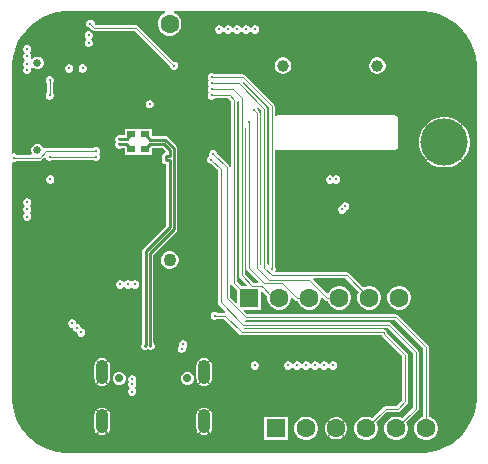
<source format=gbl>
G04*
G04 #@! TF.GenerationSoftware,Altium Limited,Altium Designer,22.7.1 (60)*
G04*
G04 Layer_Physical_Order=4*
G04 Layer_Color=16711680*
%FSLAX44Y44*%
%MOMM*%
G71*
G04*
G04 #@! TF.SameCoordinates,685117A2-6A88-48EB-B9DE-98E527D6E63A*
G04*
G04*
G04 #@! TF.FilePolarity,Positive*
G04*
G01*
G75*
%ADD19C,0.0889*%
%ADD36R,0.7500X0.6000*%
%ADD70C,0.2175*%
%ADD75C,1.6000*%
%ADD76R,1.6000X1.6000*%
%ADD77C,0.7000*%
%ADD78O,1.0500X2.1000*%
%ADD80C,1.0000*%
%ADD81C,1.1001*%
%ADD82C,1.6000*%
%ADD83C,0.3000*%
%ADD84C,0.6700*%
%ADD85C,4.0000*%
G36*
X357440Y375204D02*
X363513Y373577D01*
X369322Y371171D01*
X374766Y368027D01*
X379754Y364200D01*
X384200Y359754D01*
X388027Y354766D01*
X391171Y349322D01*
X393577Y343513D01*
X395204Y337440D01*
X396024Y331207D01*
Y328064D01*
X396025Y50064D01*
Y46920D01*
X395204Y40687D01*
X393577Y34614D01*
X391171Y28805D01*
X388027Y23361D01*
X384200Y18373D01*
X379754Y13927D01*
X374766Y10100D01*
X369322Y6956D01*
X363513Y4550D01*
X357440Y2923D01*
X351207Y2103D01*
X46920D01*
X40687Y2923D01*
X34614Y4550D01*
X28805Y6956D01*
X23361Y10100D01*
X18373Y13927D01*
X13927Y18373D01*
X10100Y23361D01*
X6956Y28805D01*
X4550Y34614D01*
X2923Y40687D01*
X2103Y46920D01*
Y50064D01*
X2103Y247829D01*
X3372Y248677D01*
X3424Y248656D01*
X4816D01*
X6103Y249189D01*
X6577Y249664D01*
X25771D01*
X26725Y249853D01*
X27533Y250394D01*
X29520Y252381D01*
X30257Y252179D01*
X30842Y251907D01*
X31323Y250747D01*
X32307Y249763D01*
X33594Y249230D01*
X34986D01*
X36273Y249763D01*
X36747Y250238D01*
X71203D01*
X71677Y249763D01*
X72964Y249230D01*
X74356D01*
X75643Y249763D01*
X76627Y250747D01*
X77160Y252034D01*
Y253426D01*
X76627Y254713D01*
X76070Y255270D01*
X76627Y255827D01*
X77160Y257114D01*
Y258506D01*
X76627Y259793D01*
X75643Y260777D01*
X74356Y261310D01*
X72964D01*
X71677Y260777D01*
X71203Y260302D01*
X31425D01*
X30471Y260113D01*
X30320Y260012D01*
X28858Y260367D01*
X28758Y260465D01*
X28358Y261432D01*
X26853Y262938D01*
X24886Y263752D01*
X22758D01*
X20791Y262938D01*
X19287Y261432D01*
X18472Y259466D01*
Y257338D01*
X19060Y255919D01*
X18350Y254649D01*
X6577D01*
X6103Y255123D01*
X4816Y255656D01*
X3424D01*
X3372Y255635D01*
X2103Y256483D01*
X2103Y328064D01*
Y331207D01*
X2923Y337440D01*
X4550Y343513D01*
X6956Y349322D01*
X10100Y354766D01*
X13927Y359754D01*
X18373Y364200D01*
X23361Y368027D01*
X28805Y371171D01*
X34614Y373577D01*
X40687Y375204D01*
X46920Y376024D01*
X131885D01*
X132052Y374754D01*
X132030Y374749D01*
X129750Y373432D01*
X127888Y371570D01*
X126572Y369290D01*
X125890Y366747D01*
Y364114D01*
X126572Y361570D01*
X127888Y359290D01*
X129750Y357428D01*
X132030Y356112D01*
X134573Y355430D01*
X137206D01*
X139750Y356112D01*
X142030Y357428D01*
X143892Y359290D01*
X145209Y361570D01*
X145890Y364114D01*
Y366747D01*
X145209Y369290D01*
X143892Y371570D01*
X142030Y373432D01*
X139750Y374749D01*
X139728Y374754D01*
X139895Y376024D01*
X351207D01*
X357440Y375204D01*
D02*
G37*
%LPC*%
G36*
X208976Y364180D02*
X207584D01*
X206297Y363647D01*
X205313Y362663D01*
X205157Y362287D01*
X203783D01*
X203627Y362663D01*
X202643Y363647D01*
X201356Y364180D01*
X199964D01*
X198677Y363647D01*
X197693Y362663D01*
X197537Y362287D01*
X196163D01*
X196007Y362663D01*
X195023Y363647D01*
X193736Y364180D01*
X192344D01*
X191057Y363647D01*
X190073Y362663D01*
X189917Y362287D01*
X188543D01*
X188387Y362663D01*
X187403Y363647D01*
X186116Y364180D01*
X184724D01*
X183437Y363647D01*
X182453Y362663D01*
X182297Y362287D01*
X180923D01*
X180767Y362663D01*
X179783Y363647D01*
X178496Y364180D01*
X177104D01*
X175817Y363647D01*
X174833Y362663D01*
X174300Y361376D01*
Y359984D01*
X174833Y358697D01*
X175817Y357713D01*
X177104Y357180D01*
X178496D01*
X179783Y357713D01*
X180767Y358697D01*
X180923Y359073D01*
X182297D01*
X182453Y358697D01*
X183437Y357713D01*
X184724Y357180D01*
X186116D01*
X187403Y357713D01*
X188387Y358697D01*
X188543Y359073D01*
X189917D01*
X190073Y358697D01*
X191057Y357713D01*
X192344Y357180D01*
X193736D01*
X195023Y357713D01*
X196007Y358697D01*
X196163Y359073D01*
X197537D01*
X197693Y358697D01*
X198677Y357713D01*
X199964Y357180D01*
X201356D01*
X202643Y357713D01*
X203627Y358697D01*
X203783Y359073D01*
X205157D01*
X205313Y358697D01*
X206297Y357713D01*
X207584Y357180D01*
X208976D01*
X210263Y357713D01*
X211247Y358697D01*
X211780Y359984D01*
Y361376D01*
X211247Y362663D01*
X210263Y363647D01*
X208976Y364180D01*
D02*
G37*
G36*
X68006Y359100D02*
X66614D01*
X65327Y358567D01*
X64343Y357583D01*
X63810Y356296D01*
Y354904D01*
X64343Y353617D01*
X64706Y353255D01*
X65203Y352425D01*
X64706Y351595D01*
X64343Y351233D01*
X63810Y349946D01*
Y348554D01*
X64343Y347267D01*
X65327Y346283D01*
X66614Y345750D01*
X68006D01*
X69293Y346283D01*
X70277Y347267D01*
X70810Y348554D01*
Y349946D01*
X70277Y351233D01*
X69914Y351595D01*
X69417Y352425D01*
X69914Y353255D01*
X70277Y353617D01*
X70810Y354904D01*
Y356296D01*
X70277Y357583D01*
X69293Y358567D01*
X68006Y359100D01*
D02*
G37*
G36*
X15936Y347670D02*
X14544D01*
X13257Y347137D01*
X12273Y346153D01*
X11740Y344866D01*
Y343474D01*
X12273Y342187D01*
X12636Y341825D01*
X13133Y340995D01*
X12636Y340165D01*
X12273Y339803D01*
X11740Y338516D01*
Y337124D01*
X12273Y335837D01*
X12636Y335475D01*
X13133Y334645D01*
X12636Y333815D01*
X12273Y333453D01*
X11740Y332166D01*
Y330774D01*
X12273Y329487D01*
X12830Y328930D01*
X12273Y328373D01*
X11740Y327086D01*
Y325694D01*
X12273Y324407D01*
X13257Y323423D01*
X14544Y322890D01*
X15936D01*
X17223Y323423D01*
X18207Y324407D01*
X18740Y325694D01*
Y327086D01*
X18359Y328007D01*
X18517Y328411D01*
X19548Y328694D01*
X20077Y328581D01*
X20791Y327867D01*
X22758Y327052D01*
X24886D01*
X26853Y327867D01*
X28358Y329371D01*
X29172Y331338D01*
Y333466D01*
X28358Y335433D01*
X26853Y336937D01*
X24886Y337752D01*
X22758D01*
X20791Y336937D01*
X19504Y335650D01*
X18428Y336370D01*
X18740Y337124D01*
Y338516D01*
X18207Y339803D01*
X17844Y340165D01*
X17347Y340995D01*
X17844Y341825D01*
X18207Y342187D01*
X18740Y343474D01*
Y344866D01*
X18207Y346153D01*
X17223Y347137D01*
X15936Y347670D01*
D02*
G37*
G36*
X69530Y369006D02*
X68138D01*
X66851Y368473D01*
X65867Y367489D01*
X65334Y366202D01*
Y364810D01*
X65867Y363523D01*
X66851Y362539D01*
X68138Y362006D01*
X68809D01*
X70374Y360442D01*
X71182Y359901D01*
X72136Y359712D01*
X106457D01*
X136200Y329968D01*
Y329297D01*
X136733Y328010D01*
X137717Y327026D01*
X139004Y326493D01*
X140396D01*
X141683Y327026D01*
X142667Y328010D01*
X143200Y329297D01*
Y330689D01*
X142667Y331976D01*
X141683Y332960D01*
X140396Y333493D01*
X139725D01*
X109251Y363966D01*
X108443Y364507D01*
X107489Y364696D01*
X73168D01*
X72334Y365531D01*
Y366202D01*
X71801Y367489D01*
X70817Y368473D01*
X69530Y369006D01*
D02*
G37*
G36*
X62926Y331160D02*
X61534D01*
X60247Y330627D01*
X59263Y329643D01*
X58730Y328356D01*
Y326964D01*
X59263Y325677D01*
X60247Y324693D01*
X61534Y324160D01*
X62926D01*
X64213Y324693D01*
X65197Y325677D01*
X65730Y326964D01*
Y328356D01*
X65197Y329643D01*
X64213Y330627D01*
X62926Y331160D01*
D02*
G37*
G36*
X51496D02*
X50104D01*
X48817Y330627D01*
X47833Y329643D01*
X47300Y328356D01*
Y326964D01*
X47833Y325677D01*
X48817Y324693D01*
X50104Y324160D01*
X51496D01*
X52783Y324693D01*
X53767Y325677D01*
X54300Y326964D01*
Y328356D01*
X53767Y329643D01*
X52783Y330627D01*
X51496Y331160D01*
D02*
G37*
G36*
X312580Y336946D02*
X310736D01*
X308956Y336469D01*
X307360Y335547D01*
X306057Y334244D01*
X305135Y332648D01*
X304658Y330868D01*
Y329024D01*
X305135Y327244D01*
X306057Y325648D01*
X307360Y324345D01*
X308956Y323423D01*
X310736Y322946D01*
X312580D01*
X314360Y323423D01*
X315956Y324345D01*
X317259Y325648D01*
X318181Y327244D01*
X318658Y329024D01*
Y330868D01*
X318181Y332648D01*
X317259Y334244D01*
X315956Y335547D01*
X314360Y336469D01*
X312580Y336946D01*
D02*
G37*
G36*
X232824D02*
X230980D01*
X229200Y336469D01*
X227604Y335547D01*
X226301Y334244D01*
X225379Y332648D01*
X224902Y330868D01*
Y329024D01*
X225379Y327244D01*
X226301Y325648D01*
X227604Y324345D01*
X229200Y323423D01*
X230980Y322946D01*
X232824D01*
X234604Y323423D01*
X236200Y324345D01*
X237503Y325648D01*
X238425Y327244D01*
X238902Y329024D01*
Y330868D01*
X238425Y332648D01*
X237503Y334244D01*
X236200Y335547D01*
X234604Y336469D01*
X232824Y336946D01*
D02*
G37*
G36*
X34986Y321000D02*
X33594D01*
X32307Y320467D01*
X31323Y319483D01*
X30790Y318196D01*
Y316804D01*
X31323Y315517D01*
X31798Y315043D01*
Y307257D01*
X31323Y306783D01*
X30790Y305496D01*
Y304104D01*
X31323Y302817D01*
X32307Y301833D01*
X33594Y301300D01*
X34986D01*
X36273Y301833D01*
X37257Y302817D01*
X37790Y304104D01*
Y305496D01*
X37257Y306783D01*
X36782Y307257D01*
Y315043D01*
X37257Y315517D01*
X37790Y316804D01*
Y318196D01*
X37257Y319483D01*
X36273Y320467D01*
X34986Y321000D01*
D02*
G37*
G36*
X119822Y300934D02*
X118430D01*
X117143Y300401D01*
X116159Y299417D01*
X115626Y298130D01*
Y296738D01*
X116159Y295451D01*
X117143Y294467D01*
X118430Y293934D01*
X119822D01*
X121109Y294467D01*
X122093Y295451D01*
X122626Y296738D01*
Y298130D01*
X122093Y299417D01*
X121109Y300401D01*
X119822Y300934D01*
D02*
G37*
G36*
X120720Y276780D02*
X97720D01*
Y270943D01*
X94969D01*
X94120Y271295D01*
X92727D01*
X91441Y270762D01*
X90456Y269778D01*
X89923Y268491D01*
Y267099D01*
X90456Y265812D01*
X90724Y265545D01*
X90456Y265278D01*
X89923Y263991D01*
Y262599D01*
X90456Y261312D01*
X91441Y260328D01*
X92727Y259795D01*
X94120D01*
X94969Y260147D01*
X97720D01*
Y254080D01*
X120720D01*
Y260378D01*
X120901Y260559D01*
X129506D01*
X132435Y257631D01*
X132181Y256285D01*
X131503Y256150D01*
X130481Y255468D01*
X129799Y254447D01*
X129559Y253242D01*
Y249796D01*
X129799Y248591D01*
X130481Y247570D01*
X131503Y246888D01*
X132707Y246648D01*
X132742D01*
Y243567D01*
Y194344D01*
X113344Y174946D01*
X112661Y173925D01*
X112422Y172720D01*
Y94924D01*
X112191Y94693D01*
X111658Y93406D01*
Y92014D01*
X112191Y90727D01*
X113175Y89743D01*
X114461Y89210D01*
X115854D01*
X117140Y89743D01*
X117408Y90010D01*
X117675Y89743D01*
X118961Y89210D01*
X120354D01*
X121640Y89743D01*
X122625Y90727D01*
X123158Y92014D01*
Y93406D01*
X122625Y94693D01*
X122264Y95053D01*
X122164Y95560D01*
Y169989D01*
X141561Y189387D01*
X142244Y190408D01*
X142484Y191613D01*
Y258514D01*
X142443Y258717D01*
Y260095D01*
X142204Y261300D01*
X141521Y262321D01*
X134463Y269379D01*
X133442Y270061D01*
X132237Y270301D01*
X120901D01*
X120720Y270482D01*
Y276780D01*
D02*
G37*
G36*
X370583Y286350D02*
X366394D01*
X362284Y285532D01*
X358414Y283929D01*
X354930Y281601D01*
X353898Y280569D01*
X368489Y265978D01*
X383080Y280569D01*
X382047Y281601D01*
X378564Y283929D01*
X374693Y285532D01*
X370583Y286350D01*
D02*
G37*
G36*
X172146Y323540D02*
X170754D01*
X169467Y323007D01*
X168483Y322023D01*
X167950Y320736D01*
Y319344D01*
X168483Y318057D01*
X169040Y317500D01*
X168483Y316943D01*
X167950Y315656D01*
Y314264D01*
X168483Y312977D01*
X169040Y312420D01*
X168483Y311863D01*
X167950Y310576D01*
Y309184D01*
X168483Y307897D01*
X169040Y307340D01*
X168483Y306783D01*
X167950Y305496D01*
Y304104D01*
X168483Y302817D01*
X169467Y301833D01*
X170754Y301300D01*
X172146D01*
X173433Y301833D01*
X173907Y302308D01*
X185658D01*
X188008Y299958D01*
Y146050D01*
X188197Y145096D01*
X188738Y144288D01*
X193200Y139825D01*
Y129077D01*
X192027Y128591D01*
X186642Y133975D01*
Y243840D01*
X186453Y244794D01*
X185912Y245602D01*
X176220Y255295D01*
Y255966D01*
X175687Y257253D01*
X174703Y258237D01*
X173416Y258770D01*
X172024D01*
X170737Y258237D01*
X169753Y257253D01*
X169220Y255966D01*
Y254574D01*
X169663Y253505D01*
X169279Y253346D01*
X168294Y252361D01*
X167761Y251075D01*
Y249682D01*
X168294Y248396D01*
X169279Y247411D01*
X170565Y246879D01*
X171237D01*
X176578Y241538D01*
Y129540D01*
X176767Y128586D01*
X177308Y127778D01*
X183265Y121821D01*
X183025Y121062D01*
X182687Y120602D01*
X176447D01*
X175973Y121077D01*
X174686Y121610D01*
X173294D01*
X172007Y121077D01*
X171023Y120093D01*
X170490Y118806D01*
Y117414D01*
X171023Y116127D01*
X172007Y115143D01*
X173294Y114610D01*
X174686D01*
X175973Y115143D01*
X176447Y115618D01*
X181848D01*
X195088Y102378D01*
X195896Y101837D01*
X196850Y101648D01*
X315377D01*
X315738Y101108D01*
X332788Y84058D01*
Y46752D01*
X327898Y41862D01*
X318770D01*
X317816Y41673D01*
X317008Y41132D01*
X307346Y31471D01*
X306120Y32178D01*
X303577Y32860D01*
X300944D01*
X298400Y32178D01*
X296120Y30862D01*
X294258Y29000D01*
X292941Y26720D01*
X292260Y24176D01*
Y21544D01*
X292941Y19000D01*
X294258Y16720D01*
X296120Y14858D01*
X298400Y13542D01*
X300944Y12860D01*
X303577D01*
X306120Y13542D01*
X308400Y14858D01*
X310262Y16720D01*
X311579Y19000D01*
X312260Y21544D01*
Y24176D01*
X311579Y26720D01*
X310871Y27946D01*
X319802Y36878D01*
X328930D01*
X329884Y37067D01*
X330692Y37608D01*
X337042Y43958D01*
X337583Y44766D01*
X337772Y45720D01*
Y85090D01*
X337583Y86044D01*
X337042Y86852D01*
X319922Y103973D01*
X319803Y104573D01*
X319262Y105382D01*
X318742Y105902D01*
X317933Y106443D01*
X316979Y106632D01*
X199021D01*
X198911Y106728D01*
X199182Y107595D01*
X199571Y107998D01*
X320278D01*
X341678Y86598D01*
Y40402D01*
X332746Y31471D01*
X331520Y32178D01*
X328977Y32860D01*
X326343D01*
X323800Y32178D01*
X321520Y30862D01*
X319658Y29000D01*
X318342Y26720D01*
X317660Y24176D01*
Y21544D01*
X318342Y19000D01*
X319658Y16720D01*
X321520Y14858D01*
X323800Y13542D01*
X326343Y12860D01*
X328977D01*
X331520Y13542D01*
X333800Y14858D01*
X335662Y16720D01*
X336978Y19000D01*
X337660Y21544D01*
Y24176D01*
X336978Y26720D01*
X336271Y27946D01*
X345932Y37608D01*
X346473Y38416D01*
X346662Y39370D01*
Y87630D01*
X346473Y88584D01*
X345932Y89392D01*
X323072Y112252D01*
X322264Y112793D01*
X321310Y112982D01*
X199857D01*
X199759Y113151D01*
X199992Y113715D01*
X200532Y114348D01*
X326628D01*
X350568Y90408D01*
Y32545D01*
X349200Y32178D01*
X346920Y30862D01*
X345058Y29000D01*
X343741Y26720D01*
X343060Y24176D01*
Y21544D01*
X343741Y19000D01*
X345058Y16720D01*
X346920Y14858D01*
X349200Y13542D01*
X351744Y12860D01*
X354376D01*
X356920Y13542D01*
X359200Y14858D01*
X361062Y16720D01*
X362379Y19000D01*
X363060Y21544D01*
Y24176D01*
X362379Y26720D01*
X361062Y29000D01*
X359200Y30862D01*
X356920Y32178D01*
X355552Y32545D01*
Y91440D01*
X355552Y91440D01*
X355363Y92394D01*
X354822Y93202D01*
X329422Y118602D01*
X328614Y119143D01*
X327660Y119332D01*
X201285D01*
X198441Y122177D01*
X198927Y123350D01*
X213200D01*
Y138486D01*
X214373Y138972D01*
X218617Y134729D01*
X218600Y134667D01*
Y132034D01*
X219282Y129490D01*
X220598Y127210D01*
X222460Y125348D01*
X224740Y124031D01*
X227283Y123350D01*
X229916D01*
X232460Y124031D01*
X234740Y125348D01*
X236602Y127210D01*
X237918Y129490D01*
X238600Y132034D01*
Y133269D01*
X239870Y133795D01*
X242078Y131588D01*
X242886Y131047D01*
X243840Y130858D01*
X244315D01*
X244681Y129490D01*
X245998Y127210D01*
X247860Y125348D01*
X250140Y124031D01*
X252684Y123350D01*
X255317D01*
X257860Y124031D01*
X260140Y125348D01*
X262002Y127210D01*
X263319Y129490D01*
X264000Y132034D01*
Y133269D01*
X265270Y133795D01*
X267478Y131588D01*
X268286Y131047D01*
X269240Y130858D01*
X269715D01*
X270082Y129490D01*
X271398Y127210D01*
X273260Y125348D01*
X275540Y124031D01*
X278083Y123350D01*
X280716D01*
X283260Y124031D01*
X285540Y125348D01*
X287402Y127210D01*
X288718Y129490D01*
X289400Y132034D01*
Y134667D01*
X288718Y137210D01*
X287402Y139490D01*
X285540Y141352D01*
X283260Y142669D01*
X280716Y143350D01*
X278083D01*
X275540Y142669D01*
X273260Y141352D01*
X271398Y139490D01*
X270308Y137603D01*
X268899Y137216D01*
X257381Y148734D01*
X257866Y149908D01*
X284718D01*
X296189Y138436D01*
X295481Y137210D01*
X294800Y134667D01*
Y132034D01*
X295481Y129490D01*
X296798Y127210D01*
X298660Y125348D01*
X300940Y124031D01*
X303484Y123350D01*
X306117D01*
X308660Y124031D01*
X310940Y125348D01*
X312802Y127210D01*
X314118Y129490D01*
X314800Y132034D01*
Y134667D01*
X314118Y137210D01*
X312802Y139490D01*
X310940Y141352D01*
X308660Y142669D01*
X306117Y143350D01*
X303484D01*
X300940Y142669D01*
X299714Y141961D01*
X287512Y154162D01*
X286704Y154703D01*
X285750Y154892D01*
X226271D01*
X225493Y156162D01*
X225750Y156784D01*
Y158176D01*
X225217Y159463D01*
X224742Y159937D01*
Y258652D01*
X226012Y259331D01*
X226302Y259138D01*
X227330Y258933D01*
X326898D01*
X327926Y259138D01*
X328798Y259720D01*
X329380Y260592D01*
X329585Y261620D01*
Y285242D01*
X329380Y286270D01*
X328798Y287142D01*
X327926Y287724D01*
X326898Y287929D01*
X227330D01*
X226302Y287724D01*
X226012Y287531D01*
X224742Y288209D01*
Y295910D01*
X224553Y296864D01*
X224012Y297672D01*
X199882Y321802D01*
X199074Y322343D01*
X198120Y322532D01*
X173907D01*
X173433Y323007D01*
X172146Y323540D01*
D02*
G37*
G36*
X383978Y279671D02*
X369387Y265080D01*
X383978Y250489D01*
X385010Y251521D01*
X387338Y255005D01*
X388941Y258876D01*
X389759Y262985D01*
Y267175D01*
X388941Y271284D01*
X387338Y275155D01*
X385010Y278639D01*
X383978Y279671D01*
D02*
G37*
G36*
X352999D02*
X351967Y278639D01*
X349639Y275155D01*
X348036Y271284D01*
X347219Y267175D01*
Y262985D01*
X348036Y258876D01*
X349639Y255005D01*
X351967Y251521D01*
X352999Y250489D01*
X367591Y265080D01*
X352999Y279671D01*
D02*
G37*
G36*
X368489Y264182D02*
X353898Y249591D01*
X354930Y248558D01*
X358414Y246231D01*
X362284Y244627D01*
X366394Y243810D01*
X370583D01*
X374693Y244627D01*
X378564Y246231D01*
X382047Y248558D01*
X383080Y249591D01*
X368489Y264182D01*
D02*
G37*
G36*
X277556Y237180D02*
X276164D01*
X274877Y236647D01*
X274320Y236090D01*
X273763Y236647D01*
X272476Y237180D01*
X271084D01*
X269797Y236647D01*
X268813Y235663D01*
X268280Y234376D01*
Y232984D01*
X268813Y231697D01*
X269797Y230713D01*
X271084Y230180D01*
X272476D01*
X273763Y230713D01*
X274320Y231270D01*
X274877Y230713D01*
X276164Y230180D01*
X277556D01*
X278843Y230713D01*
X279827Y231697D01*
X280360Y232984D01*
Y234376D01*
X279827Y235663D01*
X278843Y236647D01*
X277556Y237180D01*
D02*
G37*
G36*
X35586D02*
X34194D01*
X32907Y236647D01*
X31923Y235663D01*
X31390Y234376D01*
Y232984D01*
X31923Y231697D01*
X32907Y230713D01*
X34194Y230180D01*
X35586D01*
X36873Y230713D01*
X37857Y231697D01*
X38390Y232984D01*
Y234376D01*
X37857Y235663D01*
X36873Y236647D01*
X35586Y237180D01*
D02*
G37*
G36*
X285176Y214320D02*
X283784D01*
X282497Y213787D01*
X281513Y212803D01*
X281057Y211703D01*
X279957Y211247D01*
X278973Y210263D01*
X278440Y208976D01*
Y207584D01*
X278973Y206297D01*
X279957Y205313D01*
X281244Y204780D01*
X282636D01*
X283923Y205313D01*
X284907Y206297D01*
X285363Y207397D01*
X286463Y207853D01*
X287447Y208837D01*
X287980Y210124D01*
Y211516D01*
X287447Y212803D01*
X286463Y213787D01*
X285176Y214320D01*
D02*
G37*
G36*
X15936Y217980D02*
X14544D01*
X13257Y217447D01*
X12273Y216463D01*
X11740Y215176D01*
Y213784D01*
X12273Y212497D01*
X12535Y212236D01*
X13175Y211406D01*
X12535Y210576D01*
X12273Y210315D01*
X11740Y209028D01*
Y207636D01*
X12273Y206349D01*
X12535Y206088D01*
X13175Y205258D01*
X12535Y204428D01*
X12273Y204167D01*
X11740Y202880D01*
Y201488D01*
X12273Y200201D01*
X13257Y199217D01*
X14544Y198684D01*
X15936D01*
X17223Y199217D01*
X18207Y200201D01*
X18740Y201488D01*
Y202880D01*
X18207Y204167D01*
X17945Y204428D01*
X17305Y205258D01*
X17945Y206088D01*
X18207Y206349D01*
X18740Y207636D01*
Y209028D01*
X18207Y210315D01*
X17945Y210576D01*
X17305Y211406D01*
X17945Y212236D01*
X18207Y212497D01*
X18740Y213784D01*
Y215176D01*
X18207Y216463D01*
X17223Y217447D01*
X15936Y217980D01*
D02*
G37*
G36*
X136877Y172930D02*
X134902D01*
X132995Y172419D01*
X131285Y171432D01*
X129888Y170035D01*
X128901Y168325D01*
X128390Y166417D01*
Y164443D01*
X128901Y162535D01*
X129888Y160825D01*
X131285Y159428D01*
X132995Y158441D01*
X134902Y157929D01*
X136877D01*
X138785Y158441D01*
X140495Y159428D01*
X141892Y160825D01*
X142879Y162535D01*
X143391Y164443D01*
Y166417D01*
X142879Y168325D01*
X141892Y170035D01*
X140495Y171432D01*
X138785Y172419D01*
X136877Y172930D01*
D02*
G37*
G36*
X107376Y148280D02*
X105984D01*
X104697Y147747D01*
X104422Y147472D01*
X103593Y146853D01*
X102763Y147472D01*
X102488Y147747D01*
X101201Y148280D01*
X99809D01*
X98522Y147747D01*
X98072Y147297D01*
X97242Y146903D01*
X96413Y147297D01*
X95963Y147747D01*
X94676Y148280D01*
X93284D01*
X91997Y147747D01*
X91013Y146763D01*
X90480Y145476D01*
Y144084D01*
X91013Y142797D01*
X91997Y141813D01*
X93284Y141280D01*
X94676D01*
X95963Y141813D01*
X96413Y142263D01*
X97242Y142657D01*
X98072Y142263D01*
X98522Y141813D01*
X99809Y141280D01*
X101201D01*
X102488Y141813D01*
X102763Y142088D01*
X103593Y142708D01*
X104422Y142088D01*
X104697Y141813D01*
X105984Y141280D01*
X107376D01*
X108663Y141813D01*
X109647Y142797D01*
X110180Y144084D01*
Y145476D01*
X109647Y146763D01*
X108663Y147747D01*
X107376Y148280D01*
D02*
G37*
G36*
X331516Y143350D02*
X328884D01*
X326340Y142669D01*
X324060Y141352D01*
X322198Y139490D01*
X320882Y137210D01*
X320200Y134667D01*
Y132034D01*
X320882Y129490D01*
X322198Y127210D01*
X324060Y125348D01*
X326340Y124031D01*
X328884Y123350D01*
X331516D01*
X334060Y124031D01*
X336340Y125348D01*
X338202Y127210D01*
X339519Y129490D01*
X340200Y132034D01*
Y134667D01*
X339519Y137210D01*
X338202Y139490D01*
X336340Y141352D01*
X334060Y142669D01*
X331516Y143350D01*
D02*
G37*
G36*
X54036Y115260D02*
X52644D01*
X51357Y114727D01*
X50373Y113743D01*
X49840Y112456D01*
Y111064D01*
X50373Y109777D01*
X51357Y108793D01*
X52644Y108260D01*
X53650D01*
Y107254D01*
X54183Y105967D01*
X55167Y104983D01*
X56454Y104450D01*
X57460D01*
Y103444D01*
X57993Y102157D01*
X58977Y101173D01*
X60264Y100640D01*
X61656D01*
X62943Y101173D01*
X63927Y102157D01*
X64460Y103444D01*
Y104836D01*
X63927Y106123D01*
X62943Y107107D01*
X61656Y107640D01*
X60650D01*
Y108646D01*
X60117Y109933D01*
X59133Y110917D01*
X57846Y111450D01*
X56840D01*
Y112456D01*
X56307Y113743D01*
X55323Y114727D01*
X54036Y115260D01*
D02*
G37*
G36*
X148016Y97480D02*
X146624D01*
X145337Y96947D01*
X144353Y95963D01*
X143820Y94676D01*
Y93284D01*
X143935Y93005D01*
X143083Y92153D01*
X142550Y90866D01*
Y89474D01*
X143083Y88187D01*
X144067Y87203D01*
X145354Y86670D01*
X146746D01*
X148033Y87203D01*
X149017Y88187D01*
X149550Y89474D01*
Y90866D01*
X149435Y91145D01*
X150287Y91997D01*
X150820Y93284D01*
Y94676D01*
X150287Y95963D01*
X149303Y96947D01*
X148016Y97480D01*
D02*
G37*
G36*
X275016Y79700D02*
X273624D01*
X272337Y79167D01*
X271353Y78183D01*
X271197Y77807D01*
X269823D01*
X269667Y78183D01*
X268683Y79167D01*
X267396Y79700D01*
X266004D01*
X264717Y79167D01*
X263733Y78183D01*
X263577Y77807D01*
X262203D01*
X262047Y78183D01*
X261063Y79167D01*
X259776Y79700D01*
X258384D01*
X257097Y79167D01*
X256113Y78183D01*
X255957Y77807D01*
X254583D01*
X254427Y78183D01*
X253443Y79167D01*
X252156Y79700D01*
X250764D01*
X249477Y79167D01*
X248493Y78183D01*
X248337Y77807D01*
X246963D01*
X246807Y78183D01*
X245823Y79167D01*
X244536Y79700D01*
X243144D01*
X241857Y79167D01*
X240873Y78183D01*
X240717Y77807D01*
X239343D01*
X239187Y78183D01*
X238203Y79167D01*
X236916Y79700D01*
X235524D01*
X234237Y79167D01*
X233253Y78183D01*
X232720Y76896D01*
Y75504D01*
X233253Y74217D01*
X234237Y73233D01*
X235524Y72700D01*
X236916D01*
X238203Y73233D01*
X239187Y74217D01*
X239343Y74593D01*
X240717D01*
X240873Y74217D01*
X241857Y73233D01*
X243144Y72700D01*
X244536D01*
X245823Y73233D01*
X246807Y74217D01*
X246963Y74593D01*
X248337D01*
X248493Y74217D01*
X249477Y73233D01*
X250764Y72700D01*
X252156D01*
X253443Y73233D01*
X254427Y74217D01*
X254583Y74593D01*
X255957D01*
X256113Y74217D01*
X257097Y73233D01*
X258384Y72700D01*
X259776D01*
X261063Y73233D01*
X262047Y74217D01*
X262203Y74593D01*
X263577D01*
X263733Y74217D01*
X264717Y73233D01*
X266004Y72700D01*
X267396D01*
X268683Y73233D01*
X269667Y74217D01*
X269823Y74593D01*
X271197D01*
X271353Y74217D01*
X272337Y73233D01*
X273624Y72700D01*
X275016D01*
X276303Y73233D01*
X277287Y74217D01*
X277820Y75504D01*
Y76896D01*
X277287Y78183D01*
X276303Y79167D01*
X275016Y79700D01*
D02*
G37*
G36*
X165120Y82376D02*
X163418Y82152D01*
X161832Y81495D01*
X160978Y80840D01*
X165120Y76698D01*
X169262Y80840D01*
X168408Y81495D01*
X166822Y82152D01*
X165120Y82376D01*
D02*
G37*
G36*
X78720D02*
X77018Y82152D01*
X75432Y81495D01*
X74578Y80840D01*
X78720Y76698D01*
X82862Y80840D01*
X82008Y81495D01*
X80422Y82152D01*
X78720Y82376D01*
D02*
G37*
G36*
X170160Y79942D02*
X165569Y75351D01*
X165120Y75800D01*
X164671Y75351D01*
X160080Y79942D01*
X159425Y79088D01*
X158768Y77502D01*
X158544Y75800D01*
Y65300D01*
X158768Y63598D01*
X159425Y62012D01*
X160080Y61158D01*
X164671Y65749D01*
X165120Y65300D01*
X165569Y65749D01*
X170160Y61158D01*
X170815Y62012D01*
X171472Y63598D01*
X171696Y65300D01*
Y75800D01*
X171472Y77502D01*
X170815Y79088D01*
X170160Y79942D01*
D02*
G37*
G36*
X83760D02*
X79169Y75351D01*
X78720Y75800D01*
X78271Y75351D01*
X73680Y79942D01*
X73025Y79088D01*
X72368Y77502D01*
X72144Y75800D01*
Y65300D01*
X72368Y63598D01*
X73025Y62012D01*
X73680Y61158D01*
X78271Y65749D01*
X78720Y65300D01*
X79169Y65749D01*
X83760Y61158D01*
X84415Y62012D01*
X85072Y63598D01*
X85296Y65300D01*
Y75800D01*
X85072Y77502D01*
X84415Y79088D01*
X83760Y79942D01*
D02*
G37*
G36*
X208761Y79700D02*
X207369D01*
X206082Y79167D01*
X205098Y78183D01*
X204565Y76896D01*
Y75504D01*
X205098Y74217D01*
X206082Y73233D01*
X207369Y72700D01*
X208761D01*
X210048Y73233D01*
X211032Y74217D01*
X211565Y75504D01*
Y76896D01*
X211032Y78183D01*
X210048Y79167D01*
X208761Y79700D01*
D02*
G37*
G36*
X151914Y70750D02*
X149726D01*
X147704Y69913D01*
X146157Y68366D01*
X145320Y66344D01*
Y64156D01*
X146157Y62134D01*
X147704Y60587D01*
X149726Y59750D01*
X151914D01*
X153935Y60587D01*
X155483Y62134D01*
X156320Y64156D01*
Y66344D01*
X155483Y68366D01*
X153935Y69913D01*
X151914Y70750D01*
D02*
G37*
G36*
X94114D02*
X91926D01*
X89904Y69913D01*
X88357Y68366D01*
X87520Y66344D01*
Y64156D01*
X88357Y62134D01*
X89904Y60587D01*
X91926Y59750D01*
X94114D01*
X96136Y60587D01*
X97683Y62134D01*
X98520Y64156D01*
Y66344D01*
X97683Y68366D01*
X96136Y69913D01*
X94114Y70750D01*
D02*
G37*
G36*
X165120Y64402D02*
X160978Y60260D01*
X161832Y59605D01*
X163418Y58948D01*
X165120Y58724D01*
X166822Y58948D01*
X168408Y59605D01*
X169262Y60260D01*
X165120Y64402D01*
D02*
G37*
G36*
X78720D02*
X74578Y60260D01*
X75432Y59605D01*
X77018Y58948D01*
X78720Y58724D01*
X80422Y58948D01*
X82008Y59605D01*
X82862Y60260D01*
X78720Y64402D01*
D02*
G37*
G36*
X104836Y68102D02*
X103444D01*
X102157Y67569D01*
X101173Y66585D01*
X100640Y65299D01*
Y63906D01*
X101173Y62620D01*
X101371Y62422D01*
X101173Y62224D01*
X100640Y60937D01*
Y59545D01*
X101173Y58259D01*
X101430Y58001D01*
X102078Y57172D01*
X101430Y56342D01*
X101173Y56085D01*
X100640Y54798D01*
Y53406D01*
X101173Y52119D01*
X102157Y51135D01*
X103444Y50602D01*
X104836D01*
X106123Y51135D01*
X107107Y52119D01*
X107640Y53406D01*
Y54798D01*
X107107Y56085D01*
X106850Y56342D01*
X106202Y57172D01*
X106850Y58001D01*
X107107Y58259D01*
X107640Y59545D01*
Y60937D01*
X107107Y62224D01*
X106909Y62422D01*
X107107Y62620D01*
X107640Y63906D01*
Y65299D01*
X107107Y66585D01*
X106123Y67569D01*
X104836Y68102D01*
D02*
G37*
G36*
X78720Y40576D02*
X77018Y40352D01*
X75432Y39695D01*
X74578Y39040D01*
X78720Y34898D01*
X82862Y39040D01*
X82008Y39695D01*
X80422Y40352D01*
X78720Y40576D01*
D02*
G37*
G36*
X165120D02*
X163418Y40352D01*
X161832Y39695D01*
X160978Y39040D01*
X165120Y34898D01*
X169262Y39040D01*
X168408Y39695D01*
X166822Y40352D01*
X165120Y40576D01*
D02*
G37*
G36*
X83760Y38142D02*
X79169Y33551D01*
X78720Y34000D01*
X78271Y33551D01*
X73680Y38142D01*
X73025Y37288D01*
X72368Y35702D01*
X72144Y34000D01*
Y23500D01*
X72368Y21798D01*
X73025Y20212D01*
X73680Y19358D01*
X78271Y23949D01*
X78720Y23500D01*
X79169Y23949D01*
X83760Y19358D01*
X84415Y20212D01*
X85072Y21798D01*
X85296Y23500D01*
Y34000D01*
X85072Y35702D01*
X84415Y37288D01*
X83760Y38142D01*
D02*
G37*
G36*
X170160D02*
X165569Y33551D01*
X165120Y34000D01*
X164671Y33551D01*
X160080Y38142D01*
X159425Y37288D01*
X158768Y35702D01*
X158544Y34000D01*
Y23500D01*
X158768Y21798D01*
X159425Y20212D01*
X160080Y19358D01*
X164671Y23949D01*
X165120Y23500D01*
X165569Y23949D01*
X170160Y19358D01*
X170815Y20212D01*
X171472Y21798D01*
X171696Y23500D01*
Y34000D01*
X171472Y35702D01*
X170815Y37288D01*
X170160Y38142D01*
D02*
G37*
G36*
X278080Y32130D02*
X275640D01*
X273282Y31498D01*
X271168Y30278D01*
X270754Y29864D01*
X276860Y23758D01*
X282966Y29864D01*
X282552Y30278D01*
X280438Y31498D01*
X278080Y32130D01*
D02*
G37*
G36*
X165120Y22602D02*
X160978Y18460D01*
X161832Y17805D01*
X163418Y17148D01*
X165120Y16924D01*
X166822Y17148D01*
X168408Y17805D01*
X169262Y18460D01*
X165120Y22602D01*
D02*
G37*
G36*
X78720D02*
X74578Y18460D01*
X75432Y17805D01*
X77018Y17148D01*
X78720Y16924D01*
X80422Y17148D01*
X82008Y17805D01*
X82862Y18460D01*
X78720Y22602D01*
D02*
G37*
G36*
X283864Y28966D02*
X277758Y22860D01*
X283864Y16754D01*
X284278Y17168D01*
X285498Y19282D01*
X286130Y21640D01*
Y24080D01*
X285498Y26438D01*
X284278Y28552D01*
X283864Y28966D01*
D02*
G37*
G36*
X269856D02*
X269442Y28552D01*
X268222Y26438D01*
X267590Y24080D01*
Y21640D01*
X268222Y19282D01*
X269442Y17168D01*
X269856Y16754D01*
X275962Y22860D01*
X269856Y28966D01*
D02*
G37*
G36*
X276860Y21962D02*
X270754Y15856D01*
X271168Y15442D01*
X273282Y14222D01*
X275640Y13590D01*
X278080D01*
X280438Y14222D01*
X282552Y15442D01*
X282966Y15856D01*
X276860Y21962D01*
D02*
G37*
G36*
X252777Y32860D02*
X250144D01*
X247600Y32178D01*
X245320Y30862D01*
X243458Y29000D01*
X242141Y26720D01*
X241460Y24176D01*
Y21544D01*
X242141Y19000D01*
X243458Y16720D01*
X245320Y14858D01*
X247600Y13542D01*
X250144Y12860D01*
X252777D01*
X255320Y13542D01*
X257600Y14858D01*
X259462Y16720D01*
X260779Y19000D01*
X261460Y21544D01*
Y24176D01*
X260779Y26720D01*
X259462Y29000D01*
X257600Y30862D01*
X255320Y32178D01*
X252777Y32860D01*
D02*
G37*
G36*
X236060D02*
X216060D01*
Y12860D01*
X236060D01*
Y32860D01*
D02*
G37*
%LPD*%
G36*
X219758Y294878D02*
Y161177D01*
X219662Y161114D01*
X218392Y161793D01*
Y293370D01*
X218392Y293370D01*
X218203Y294324D01*
X217662Y295132D01*
X197573Y315222D01*
X197991Y316600D01*
X198028Y316607D01*
X219758Y294878D01*
D02*
G37*
G36*
X213408Y292338D02*
Y161637D01*
X212138Y160959D01*
X212042Y161022D01*
Y289560D01*
X211853Y290514D01*
X211312Y291322D01*
X210510Y292125D01*
Y292796D01*
X209977Y294083D01*
X210953Y294792D01*
X213408Y292338D01*
D02*
G37*
G36*
X200708Y278243D02*
Y158750D01*
X200897Y157796D01*
X201438Y156988D01*
X210965Y147460D01*
X210479Y146287D01*
X206488D01*
X199342Y153432D01*
Y277628D01*
X200612Y278306D01*
X200708Y278243D01*
D02*
G37*
G36*
X194358Y300089D02*
Y152400D01*
X194547Y151446D01*
X195088Y150638D01*
X201202Y144523D01*
X200716Y143350D01*
X196725D01*
X192992Y147082D01*
Y299539D01*
X193394Y299928D01*
X194262Y300199D01*
X194358Y300089D01*
D02*
G37*
D19*
X4120Y252156D02*
X25771D01*
X31425Y257810D01*
X72136Y362204D02*
X107489D01*
X68834Y365506D02*
X72136Y362204D01*
X107489D02*
X139700Y329993D01*
X173990Y118110D02*
X182880D01*
X316979Y104140D02*
X317500Y103619D01*
X196850Y104140D02*
X316979D01*
X182880Y118110D02*
X196850Y104140D01*
X317500Y102870D02*
Y103619D01*
X198120Y110490D02*
X321310D01*
X179070Y129540D02*
X198120Y110490D01*
X184150Y132943D02*
Y243840D01*
Y132943D02*
X200253Y116840D01*
X179070Y129540D02*
Y242570D01*
X200253Y116840D02*
X327660D01*
X317500Y102870D02*
X335280Y85090D01*
Y45720D02*
Y85090D01*
X328930Y39370D02*
X335280Y45720D01*
X318770Y39370D02*
X328930D01*
X302260Y22860D02*
X318770Y39370D01*
X171262Y250378D02*
X179070Y242570D01*
X172720Y255270D02*
X184150Y243840D01*
X254000Y148590D02*
X269240Y133350D01*
X344170Y39370D02*
Y87630D01*
X321310Y110490D02*
X344170Y87630D01*
X327660Y116840D02*
X353060Y91440D01*
X327660Y22860D02*
X344170Y39370D01*
X190500Y146050D02*
X203200Y133350D01*
X190500Y146050D02*
Y300990D01*
X285750Y152400D02*
X304800Y133350D01*
X353060Y22860D02*
Y91440D01*
X196850Y152400D02*
X205455Y143794D01*
X196850Y152400D02*
Y302260D01*
X269240Y133350D02*
X279400D01*
X219710Y148590D02*
X254000D01*
X203200Y158750D02*
Y281940D01*
X215900Y146050D02*
X231140D01*
X203200Y158750D02*
X215900Y146050D01*
Y158750D02*
X222250Y152400D01*
X194310Y314960D02*
X215900Y293370D01*
X222250Y152400D02*
X285750D01*
X215900Y158750D02*
Y293370D01*
X209550Y158750D02*
Y289560D01*
Y158750D02*
X219710Y148590D01*
X231140Y146050D02*
X243840Y133350D01*
X254000D01*
X222250Y157480D02*
Y295910D01*
X198120Y320040D02*
X222250Y295910D01*
X205455Y143794D02*
X213076D01*
X214630Y142240D02*
X220629Y136241D01*
X213076Y143794D02*
X214630Y142240D01*
X214630D01*
X220629Y136241D02*
X225709D01*
X228600Y133350D01*
X171450Y320040D02*
X198120D01*
X171450Y314960D02*
X194310D01*
X189230Y309880D02*
X196850Y302260D01*
X171450Y309880D02*
X189230D01*
X186690Y304800D02*
X190500Y300990D01*
X171450Y304800D02*
X186690D01*
X207010Y292100D02*
X209550Y289560D01*
X34290Y252730D02*
X73660D01*
X31425Y257810D02*
X73660D01*
X34290Y304800D02*
Y317500D01*
D36*
X114970Y259080D02*
D03*
X103470D02*
D03*
X114970Y271780D02*
D03*
X103470D02*
D03*
D70*
X139335Y191613D02*
Y258514D01*
X139295Y258555D02*
Y260095D01*
X130810Y263707D02*
X135850Y258668D01*
X132237Y267153D02*
X139295Y260095D01*
X135850Y257775D02*
X135890D01*
X119597Y267153D02*
X132237D01*
X139295Y258555D02*
X139335Y258514D01*
X135850Y257775D02*
Y258668D01*
X119015Y171293D02*
X139335Y191613D01*
X93423Y263295D02*
X99255D01*
X93423Y267795D02*
X99485D01*
X99255Y263295D02*
X103470Y259080D01*
X99485Y267795D02*
X103470Y271780D01*
X135890Y243567D02*
Y249796D01*
X132707D02*
X135890D01*
X132707D02*
Y253242D01*
X135890D01*
Y257775D01*
Y193040D02*
Y243567D01*
X115570Y93122D02*
Y172720D01*
X115158Y92710D02*
X115570Y93122D01*
Y172720D02*
X135890Y193040D01*
X119428Y92710D02*
X119658D01*
X119246Y92892D02*
X119428Y92710D01*
X119015Y94633D02*
X119246Y94403D01*
Y92892D02*
Y94403D01*
X119015Y94633D02*
Y171293D01*
X114970Y271780D02*
X119597Y267153D01*
X119597Y263707D02*
X130810D01*
X114970Y259080D02*
X119597Y263707D01*
D75*
X353060Y22860D02*
D03*
X327660D02*
D03*
X276860D02*
D03*
X251460D02*
D03*
X302260D02*
D03*
X279400Y133350D02*
D03*
X228600D02*
D03*
X254000D02*
D03*
X304800D02*
D03*
X330200D02*
D03*
D76*
X226060Y22860D02*
D03*
X203200Y133350D02*
D03*
D77*
X150820Y65250D02*
D03*
X93020D02*
D03*
D78*
X165120Y28750D02*
D03*
X78720D02*
D03*
X165120Y70550D02*
D03*
X78720D02*
D03*
D80*
X311658Y329946D02*
D03*
X231902D02*
D03*
D81*
X135890Y165430D02*
D03*
D82*
Y365430D02*
D03*
D83*
X7047Y244745D02*
D03*
X7212Y262696D02*
D03*
X4120Y252156D02*
D03*
X34890Y233680D02*
D03*
X143665Y260530D02*
D03*
X95758Y316484D02*
D03*
X104140Y64602D02*
D03*
Y60241D02*
D03*
X93423Y267795D02*
D03*
Y263295D02*
D03*
X104140Y54102D02*
D03*
X15240Y214480D02*
D03*
Y208332D02*
D03*
Y202184D02*
D03*
X95250Y294640D02*
D03*
X381000Y355600D02*
D03*
X393700Y330200D02*
D03*
X381000Y304800D02*
D03*
X393700Y279400D02*
D03*
X355600Y355600D02*
D03*
X368300Y330200D02*
D03*
X355600Y304800D02*
D03*
X330200D02*
D03*
Y254000D02*
D03*
X304800Y304800D02*
D03*
X292100Y330200D02*
D03*
X279400Y304800D02*
D03*
X266700Y330200D02*
D03*
X254000Y304800D02*
D03*
X241300Y330200D02*
D03*
X228600Y304800D02*
D03*
X215900Y330200D02*
D03*
X127000Y355600D02*
D03*
Y304800D02*
D03*
X139700Y279400D02*
D03*
X101600Y355600D02*
D03*
X114300Y330200D02*
D03*
Y279400D02*
D03*
X38100Y330200D02*
D03*
X69850Y234950D02*
D03*
Y245110D02*
D03*
Y226060D02*
D03*
X147320Y245110D02*
D03*
X143510Y248920D02*
D03*
X93684Y285587D02*
D03*
Y275273D02*
D03*
X69745Y287930D02*
D03*
X69745Y272930D02*
D03*
X43180Y278130D02*
D03*
Y283210D02*
D03*
Y292100D02*
D03*
Y298450D02*
D03*
X69745Y302930D02*
D03*
X43180Y313690D02*
D03*
Y307340D02*
D03*
X69745Y317930D02*
D03*
X299720Y233680D02*
D03*
X294640D02*
D03*
X289560D02*
D03*
X281940Y208280D02*
D03*
X284480Y210820D02*
D03*
X276860Y233680D02*
D03*
X271780D02*
D03*
X274320Y76200D02*
D03*
X266700D02*
D03*
X259080D02*
D03*
X251460D02*
D03*
X243840D02*
D03*
X236220D02*
D03*
X208065D02*
D03*
X208280Y360680D02*
D03*
X200660D02*
D03*
X193040D02*
D03*
X185420D02*
D03*
X177800D02*
D03*
X106680Y144780D02*
D03*
X100505D02*
D03*
X93980D02*
D03*
X119126Y297434D02*
D03*
X68834Y365506D02*
D03*
X139700Y329993D02*
D03*
X28194Y282956D02*
D03*
Y297942D02*
D03*
X62230Y327660D02*
D03*
X50800D02*
D03*
X67310Y349250D02*
D03*
Y355600D02*
D03*
X15240Y344170D02*
D03*
Y337820D02*
D03*
Y331470D02*
D03*
Y326390D02*
D03*
X53340Y111760D02*
D03*
X57150Y107950D02*
D03*
X60960Y104140D02*
D03*
X146050Y90170D02*
D03*
X147320Y93980D02*
D03*
X173990Y118110D02*
D03*
X171262Y250378D02*
D03*
X172720Y255270D02*
D03*
X222250Y157480D02*
D03*
X171450Y320040D02*
D03*
Y314960D02*
D03*
X207010Y292100D02*
D03*
X203200Y281940D02*
D03*
X171450Y309880D02*
D03*
Y304800D02*
D03*
X115158Y92710D02*
D03*
X73660Y257810D02*
D03*
X34290Y317500D02*
D03*
X73660Y252730D02*
D03*
X34290D02*
D03*
X119658Y92710D02*
D03*
X34290Y304800D02*
D03*
D84*
X23822Y258402D02*
D03*
X23822Y332402D02*
D03*
D85*
X368489Y265080D02*
D03*
M02*

</source>
